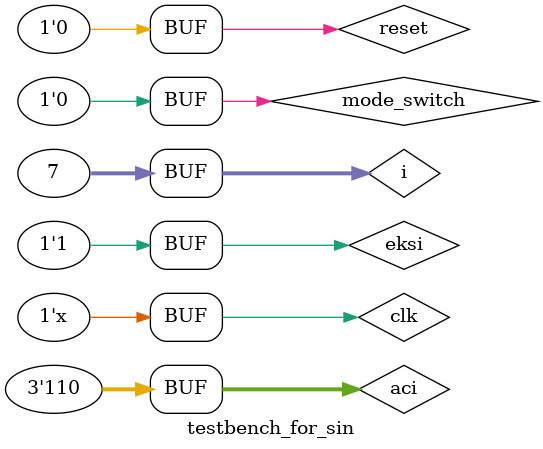
<source format=v>
`timescale 1ns / 1ps

module testbench_for_sin();

reg clk,reset;
reg[2:0] aci;
reg eksi;
reg mode_switch;
wire signed [16:0] out; // FORMAT : Q7.10

integer i;

sincostop uut(.clk(clk),.reset(reset),.eksi(eksi),.aci(aci),.out(out),.mode_switch(mode_switch));

always #5 clk=~clk;

initial begin

clk=1;
reset=1;
#50;
reset=0;
eksi=0;
#50;

mode_switch=1;

for (i=0;i<=6;i=i+1) begin
    aci=i;
    #10;
end

mode_switch=0;

for (i=0;i<=6;i=i+1) begin
    aci=i;
    #10;
end

#50
eksi=1;

for (i=0;i<=6;i=i+1) begin
    aci=i;
    #10;
end

end


endmodule

</source>
